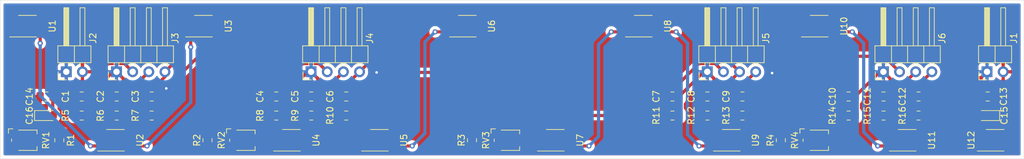
<source format=kicad_pcb>
(kicad_pcb (version 20171130) (host pcbnew "(5.1.2)-2")
  (title_block (title "Sensor Array [C#,C]") (rev 1))
  (layers (0 F.Cu signal) (31 B.Cu signal) (34 B.Paste user) (35 F.Paste user) (36 B.SilkS user) (37 F.SilkS user) (38 B.Mask user) (39 F.Mask user) (44 Edge.Cuts user))
  (net 0 "")
  (net 1 GND)
  (net 2 +5V)
  (net 3 "Net-(R1-Pad1)")
  (net 4 "Net-(R2-Pad1)")
  (net 5 "Net-(R3-Pad1)")
  (net 6 "Net-(R4-Pad1)")
  (net 7 /SENSOR_C#)
  (net 8 /SENSOR_D)
  (net 9 /SENSOR_Eb)
  (net 10 /SENSOR_E)
  (net 11 /SENSOR_F)
  (net 12 /SENSOR_F#)
  (net 13 /SENSOR_G)
  (net 14 /SENSOR_G#)
  (net 15 /SENSOR_A)
  (net 16 /SENSOR_Bb)
  (net 17 /SENSOR_B)
  (net 18 /SENSOR_C)
  (net 19 "Net-(RV1-Pad1)")
  (net 20 "Net-(RV2-Pad1)")
  (net 21 "Net-(RV3-Pad1)")
  (net 22 "Net-(RV4-Pad1)")
  (net 23 "Net-(U1-Pad2)")
  (net 24 "Net-(U2-Pad2)")
  (net 25 "Net-(U4-Pad2)")
  (net 26 "Net-(U5-Pad2)")
  (net 27 "Net-(U7-Pad2)")
  (net 28 "Net-(U8-Pad2)")
  (net 29 "Net-(U10-Pad2)")
  (net 30 "Net-(U11-Pad2)")
  (module Capacitor_Tantalum_SMD:CP_EIA-2012-15_AVX-P_Pad1.30x1.05mm_HandSolder (layer F.Cu) (at 185.3 48.2 180)
    (fp_text reference C15 (at -2.6 0 90) (layer F.SilkS))
    (fp_text value 10uF)
    (pad 2 smd roundrect (at 0.975 0 180) (size 1.3 1.05) (layers F.Cu F.Paste F.Mask) (roundrect_rratio 0.238095) (net 1 GND))
    (pad 1 smd roundrect (at -0.975 0 180) (size 1.3 1.05) (layers F.Cu F.Paste F.Mask) (roundrect_rratio 0.238095) (net 2 +5V))
  )
  (module Resistor_SMD:R_0805_2012Metric_Pad1.15x1.40mm_HandSolder (layer F.Cu) (at 42.825 48.2 180)
    (fp_text reference R5 (at 2.55 0 90) (layer F.SilkS))
    (fp_text value 10k)
    (pad 1 smd roundrect (at -1.025 0 180) (size 1.15 1.4) (layers F.Cu F.Paste F.Mask) (roundrect_rratio 0.217391) (net 1 GND))
    (pad 2 smd roundrect (at 1.025 0 180) (size 1.15 1.4) (layers F.Cu F.Paste F.Mask) (roundrect_rratio 0.217391) (net 7 /SENSOR_C#))
  )
  (module Capacitor_SMD:C_0805_2012Metric_Pad1.15x1.40mm_HandSolder (layer F.Cu) (at 42.825 45.2)
    (fp_text reference C1 (at -2.55 0 90) (layer F.SilkS))
    (fp_text value 100nF)
    (pad 2 smd roundrect (at 1.025 0) (size 1.15 1.4) (layers F.Cu F.Paste F.Mask) (roundrect_rratio 0.217391) (net 1 GND))
    (pad 1 smd roundrect (at -1.025 0) (size 1.15 1.4) (layers F.Cu F.Paste F.Mask) (roundrect_rratio 0.217391) (net 7 /SENSOR_C#))
  )
  (module Capacitor_SMD:C_0805_2012Metric_Pad1.15x1.40mm_HandSolder (layer F.Cu) (at 48.325 45.2)
    (fp_text reference C2 (at -2.55 0 90) (layer F.SilkS))
    (fp_text value 100nF)
    (pad 1 smd roundrect (at -1.025 0) (size 1.15 1.4) (layers F.Cu F.Paste F.Mask) (roundrect_rratio 0.217391) (net 8 /SENSOR_D))
    (pad 2 smd roundrect (at 1.025 0) (size 1.15 1.4) (layers F.Cu F.Paste F.Mask) (roundrect_rratio 0.217391) (net 1 GND))
  )
  (module Capacitor_SMD:C_0805_2012Metric_Pad1.15x1.40mm_HandSolder (layer F.Cu) (at 53.825 45.2)
    (fp_text reference C3 (at -2.55 0 90) (layer F.SilkS))
    (fp_text value 100nF)
    (pad 2 smd roundrect (at 1.025 0) (size 1.15 1.4) (layers F.Cu F.Paste F.Mask) (roundrect_rratio 0.217391) (net 1 GND))
    (pad 1 smd roundrect (at -1.025 0) (size 1.15 1.4) (layers F.Cu F.Paste F.Mask) (roundrect_rratio 0.217391) (net 9 /SENSOR_Eb))
  )
  (module Capacitor_SMD:C_0805_2012Metric_Pad1.15x1.40mm_HandSolder (layer F.Cu) (at 73.425 45.2)
    (fp_text reference C4 (at -2.55 0 90) (layer F.SilkS))
    (fp_text value 100nF)
    (pad 1 smd roundrect (at -1.025 0) (size 1.15 1.4) (layers F.Cu F.Paste F.Mask) (roundrect_rratio 0.217391) (net 10 /SENSOR_E))
    (pad 2 smd roundrect (at 1.025 0) (size 1.15 1.4) (layers F.Cu F.Paste F.Mask) (roundrect_rratio 0.217391) (net 1 GND))
  )
  (module Capacitor_SMD:C_0805_2012Metric_Pad1.15x1.40mm_HandSolder (layer F.Cu) (at 78.925 45.2)
    (fp_text reference C5 (at -2.55 0 90) (layer F.SilkS))
    (fp_text value 100nF)
    (pad 2 smd roundrect (at 1.025 0) (size 1.15 1.4) (layers F.Cu F.Paste F.Mask) (roundrect_rratio 0.217391) (net 1 GND))
    (pad 1 smd roundrect (at -1.025 0) (size 1.15 1.4) (layers F.Cu F.Paste F.Mask) (roundrect_rratio 0.217391) (net 11 /SENSOR_F))
  )
  (module Capacitor_SMD:C_0805_2012Metric_Pad1.15x1.40mm_HandSolder (layer F.Cu) (at 84.425 45.2)
    (fp_text reference C6 (at -2.55 0 90) (layer F.SilkS))
    (fp_text value 100nF)
    (pad 1 smd roundrect (at -1.025 0) (size 1.15 1.4) (layers F.Cu F.Paste F.Mask) (roundrect_rratio 0.217391) (net 12 /SENSOR_F#))
    (pad 2 smd roundrect (at 1.025 0) (size 1.15 1.4) (layers F.Cu F.Paste F.Mask) (roundrect_rratio 0.217391) (net 1 GND))
  )
  (module Capacitor_SMD:C_0805_2012Metric_Pad1.15x1.40mm_HandSolder (layer F.Cu) (at 135.725 45.2)
    (fp_text reference C7 (at -2.55 0 90) (layer F.SilkS))
    (fp_text value 100nF)
    (pad 1 smd roundrect (at -1.025 0) (size 1.15 1.4) (layers F.Cu F.Paste F.Mask) (roundrect_rratio 0.217391) (net 13 /SENSOR_G))
    (pad 2 smd roundrect (at 1.025 0) (size 1.15 1.4) (layers F.Cu F.Paste F.Mask) (roundrect_rratio 0.217391) (net 1 GND))
  )
  (module Capacitor_SMD:C_0805_2012Metric_Pad1.15x1.40mm_HandSolder (layer F.Cu) (at 141.225 45.2)
    (fp_text reference C8 (at -2.55 0 90) (layer F.SilkS))
    (fp_text value 100nF)
    (pad 2 smd roundrect (at 1.025 0) (size 1.15 1.4) (layers F.Cu F.Paste F.Mask) (roundrect_rratio 0.217391) (net 1 GND))
    (pad 1 smd roundrect (at -1.025 0) (size 1.15 1.4) (layers F.Cu F.Paste F.Mask) (roundrect_rratio 0.217391) (net 14 /SENSOR_G#))
  )
  (module Capacitor_SMD:C_0805_2012Metric_Pad1.15x1.40mm_HandSolder (layer F.Cu) (at 146.725 45.2)
    (fp_text reference C9 (at -2.55 0 90) (layer F.SilkS))
    (fp_text value 100nF)
    (pad 1 smd roundrect (at -1.025 0) (size 1.15 1.4) (layers F.Cu F.Paste F.Mask) (roundrect_rratio 0.217391) (net 15 /SENSOR_A))
    (pad 2 smd roundrect (at 1.025 0) (size 1.15 1.4) (layers F.Cu F.Paste F.Mask) (roundrect_rratio 0.217391) (net 1 GND))
  )
  (module Capacitor_SMD:C_0805_2012Metric_Pad1.15x1.40mm_HandSolder (layer F.Cu) (at 163.425 45.2)
    (fp_text reference C10 (at -2.55 0 90) (layer F.SilkS))
    (fp_text value 100nF)
    (pad 2 smd roundrect (at 1.025 0) (size 1.15 1.4) (layers F.Cu F.Paste F.Mask) (roundrect_rratio 0.217391) (net 1 GND))
    (pad 1 smd roundrect (at -1.025 0) (size 1.15 1.4) (layers F.Cu F.Paste F.Mask) (roundrect_rratio 0.217391) (net 16 /SENSOR_Bb))
  )
  (module Capacitor_SMD:C_0805_2012Metric_Pad1.15x1.40mm_HandSolder (layer F.Cu) (at 168.925 45.2)
    (fp_text reference C11 (at -2.55 0 90) (layer F.SilkS))
    (fp_text value 100nF)
    (pad 1 smd roundrect (at -1.025 0) (size 1.15 1.4) (layers F.Cu F.Paste F.Mask) (roundrect_rratio 0.217391) (net 17 /SENSOR_B))
    (pad 2 smd roundrect (at 1.025 0) (size 1.15 1.4) (layers F.Cu F.Paste F.Mask) (roundrect_rratio 0.217391) (net 1 GND))
  )
  (module Capacitor_SMD:C_0805_2012Metric_Pad1.15x1.40mm_HandSolder (layer F.Cu) (at 174.425 45.2)
    (fp_text reference C12 (at -2.55 0 90) (layer F.SilkS))
    (fp_text value 100nF)
    (pad 2 smd roundrect (at 1.025 0) (size 1.15 1.4) (layers F.Cu F.Paste F.Mask) (roundrect_rratio 0.217391) (net 1 GND))
    (pad 1 smd roundrect (at -1.025 0) (size 1.15 1.4) (layers F.Cu F.Paste F.Mask) (roundrect_rratio 0.217391) (net 18 /SENSOR_C))
  )
  (module Capacitor_SMD:C_0805_2012Metric_Pad1.15x1.40mm_HandSolder (layer F.Cu) (at 185.3 45.2)
    (fp_text reference C13 (at 2.5 0 270) (layer F.SilkS))
    (fp_text value 100nF)
    (pad 1 smd roundrect (at -1.025 0) (size 1.15 1.4) (layers F.Cu F.Paste F.Mask) (roundrect_rratio 0.217391) (net 1 GND))
    (pad 2 smd roundrect (at 1.025 0) (size 1.15 1.4) (layers F.Cu F.Paste F.Mask) (roundrect_rratio 0.217391) (net 2 +5V))
  )
  (module Connector_PinHeader_2.54mm:PinHeader_1x02_P2.54mm_Horizontal (layer F.Cu) (at 185.197 41.3 90)
    (fp_text reference J1 (at 5.3 4.203 90) (layer F.SilkS))
    (fp_text value Conn_01x02)
    (pad 2 thru_hole oval (at 0 2.54 90) (size 1.7 1.7) (drill 1) (layers *.Cu *.Mask) (net 2 +5V))
    (pad 1 thru_hole rect (at 0 0 90) (size 1.7 1.7) (drill 1) (layers *.Cu *.Mask) (net 1 GND))
  )
  (module Resistor_SMD:R_0805_2012Metric_Pad1.15x1.40mm_HandSolder (layer F.Cu) (at 39.3 52.1 90)
    (fp_text reference R1 (at 0 1.8 90) (layer F.SilkS))
    (fp_text value 47)
    (pad 2 smd roundrect (at 1.025 0 90) (size 1.15 1.4) (layers F.Cu F.Paste F.Mask) (roundrect_rratio 0.217391) (net 2 +5V))
    (pad 1 smd roundrect (at -1.025 0 90) (size 1.15 1.4) (layers F.Cu F.Paste F.Mask) (roundrect_rratio 0.217391) (net 3 "Net-(R1-Pad1)"))
  )
  (module Resistor_SMD:R_0805_2012Metric_Pad1.15x1.40mm_HandSolder (layer F.Cu) (at 62.6 52.1 90)
    (fp_text reference R2 (at 0 -1.65 90) (layer F.SilkS))
    (fp_text value 47)
    (pad 1 smd roundrect (at -1.025 0 90) (size 1.15 1.4) (layers F.Cu F.Paste F.Mask) (roundrect_rratio 0.217391) (net 4 "Net-(R2-Pad1)"))
    (pad 2 smd roundrect (at 1.025 0 90) (size 1.15 1.4) (layers F.Cu F.Paste F.Mask) (roundrect_rratio 0.217391) (net 2 +5V))
  )
  (module Resistor_SMD:R_0805_2012Metric_Pad1.15x1.40mm_HandSolder (layer F.Cu) (at 104.2 52.1 90)
    (fp_text reference R3 (at 0 -1.65 90) (layer F.SilkS))
    (fp_text value 47)
    (pad 1 smd roundrect (at -1.025 0 90) (size 1.15 1.4) (layers F.Cu F.Paste F.Mask) (roundrect_rratio 0.217391) (net 5 "Net-(R3-Pad1)"))
    (pad 2 smd roundrect (at 1.025 0 90) (size 1.15 1.4) (layers F.Cu F.Paste F.Mask) (roundrect_rratio 0.217391) (net 2 +5V))
  )
  (module Resistor_SMD:R_0805_2012Metric_Pad1.15x1.40mm_HandSolder (layer F.Cu) (at 152.77 52.1 90)
    (fp_text reference R4 (at 0 -1.65 90) (layer F.SilkS))
    (fp_text value 47)
    (pad 2 smd roundrect (at 1.025 0 90) (size 1.15 1.4) (layers F.Cu F.Paste F.Mask) (roundrect_rratio 0.217391) (net 2 +5V))
    (pad 1 smd roundrect (at -1.025 0 90) (size 1.15 1.4) (layers F.Cu F.Paste F.Mask) (roundrect_rratio 0.217391) (net 6 "Net-(R4-Pad1)"))
  )
  (module Resistor_SMD:R_0805_2012Metric_Pad1.15x1.40mm_HandSolder (layer F.Cu) (at 48.325 48.2 180)
    (fp_text reference R6 (at 2.55 0 90) (layer F.SilkS))
    (fp_text value 10k)
    (pad 1 smd roundrect (at -1.025 0 180) (size 1.15 1.4) (layers F.Cu F.Paste F.Mask) (roundrect_rratio 0.217391) (net 1 GND))
    (pad 2 smd roundrect (at 1.025 0 180) (size 1.15 1.4) (layers F.Cu F.Paste F.Mask) (roundrect_rratio 0.217391) (net 8 /SENSOR_D))
  )
  (module Resistor_SMD:R_0805_2012Metric_Pad1.15x1.40mm_HandSolder (layer F.Cu) (at 53.825 48.2 180)
    (fp_text reference R7 (at 2.55 0 90) (layer F.SilkS))
    (fp_text value 10k)
    (pad 2 smd roundrect (at 1.025 0 180) (size 1.15 1.4) (layers F.Cu F.Paste F.Mask) (roundrect_rratio 0.217391) (net 9 /SENSOR_Eb))
    (pad 1 smd roundrect (at -1.025 0 180) (size 1.15 1.4) (layers F.Cu F.Paste F.Mask) (roundrect_rratio 0.217391) (net 1 GND))
  )
  (module Resistor_SMD:R_0805_2012Metric_Pad1.15x1.40mm_HandSolder (layer F.Cu) (at 73.425 48.2 180)
    (fp_text reference R8 (at 2.55 0 90) (layer F.SilkS))
    (fp_text value 10k)
    (pad 2 smd roundrect (at 1.025 0 180) (size 1.15 1.4) (layers F.Cu F.Paste F.Mask) (roundrect_rratio 0.217391) (net 10 /SENSOR_E))
    (pad 1 smd roundrect (at -1.025 0 180) (size 1.15 1.4) (layers F.Cu F.Paste F.Mask) (roundrect_rratio 0.217391) (net 1 GND))
  )
  (module Resistor_SMD:R_0805_2012Metric_Pad1.15x1.40mm_HandSolder (layer F.Cu) (at 78.925 48.2 180)
    (fp_text reference R9 (at 2.55 0 90) (layer F.SilkS))
    (fp_text value 10k)
    (pad 2 smd roundrect (at 1.025 0 180) (size 1.15 1.4) (layers F.Cu F.Paste F.Mask) (roundrect_rratio 0.217391) (net 11 /SENSOR_F))
    (pad 1 smd roundrect (at -1.025 0 180) (size 1.15 1.4) (layers F.Cu F.Paste F.Mask) (roundrect_rratio 0.217391) (net 1 GND))
  )
  (module Resistor_SMD:R_0805_2012Metric_Pad1.15x1.40mm_HandSolder (layer F.Cu) (at 84.425 48.2 180)
    (fp_text reference R10 (at 2.55 0 90) (layer F.SilkS))
    (fp_text value 10k)
    (pad 1 smd roundrect (at -1.025 0 180) (size 1.15 1.4) (layers F.Cu F.Paste F.Mask) (roundrect_rratio 0.217391) (net 1 GND))
    (pad 2 smd roundrect (at 1.025 0 180) (size 1.15 1.4) (layers F.Cu F.Paste F.Mask) (roundrect_rratio 0.217391) (net 12 /SENSOR_F#))
  )
  (module Resistor_SMD:R_0805_2012Metric_Pad1.15x1.40mm_HandSolder (layer F.Cu) (at 135.725 48.2 180)
    (fp_text reference R11 (at 2.55 0 90) (layer F.SilkS))
    (fp_text value 10k)
    (pad 1 smd roundrect (at -1.025 0 180) (size 1.15 1.4) (layers F.Cu F.Paste F.Mask) (roundrect_rratio 0.217391) (net 1 GND))
    (pad 2 smd roundrect (at 1.025 0 180) (size 1.15 1.4) (layers F.Cu F.Paste F.Mask) (roundrect_rratio 0.217391) (net 13 /SENSOR_G))
  )
  (module Resistor_SMD:R_0805_2012Metric_Pad1.15x1.40mm_HandSolder (layer F.Cu) (at 141.225 48.2 180)
    (fp_text reference R12 (at 2.55 0 90) (layer F.SilkS))
    (fp_text value 10k)
    (pad 1 smd roundrect (at -1.025 0 180) (size 1.15 1.4) (layers F.Cu F.Paste F.Mask) (roundrect_rratio 0.217391) (net 1 GND))
    (pad 2 smd roundrect (at 1.025 0 180) (size 1.15 1.4) (layers F.Cu F.Paste F.Mask) (roundrect_rratio 0.217391) (net 14 /SENSOR_G#))
  )
  (module Resistor_SMD:R_0805_2012Metric_Pad1.15x1.40mm_HandSolder (layer F.Cu) (at 146.725 48.2 180)
    (fp_text reference R13 (at 2.55 0 90) (layer F.SilkS))
    (fp_text value 10k)
    (pad 2 smd roundrect (at 1.025 0 180) (size 1.15 1.4) (layers F.Cu F.Paste F.Mask) (roundrect_rratio 0.217391) (net 15 /SENSOR_A))
    (pad 1 smd roundrect (at -1.025 0 180) (size 1.15 1.4) (layers F.Cu F.Paste F.Mask) (roundrect_rratio 0.217391) (net 1 GND))
  )
  (module Resistor_SMD:R_0805_2012Metric_Pad1.15x1.40mm_HandSolder (layer F.Cu) (at 163.425 48.2 180)
    (fp_text reference R14 (at 2.55 0 90) (layer F.SilkS))
    (fp_text value 10k)
    (pad 2 smd roundrect (at 1.025 0 180) (size 1.15 1.4) (layers F.Cu F.Paste F.Mask) (roundrect_rratio 0.217391) (net 16 /SENSOR_Bb))
    (pad 1 smd roundrect (at -1.025 0 180) (size 1.15 1.4) (layers F.Cu F.Paste F.Mask) (roundrect_rratio 0.217391) (net 1 GND))
  )
  (module Resistor_SMD:R_0805_2012Metric_Pad1.15x1.40mm_HandSolder (layer F.Cu) (at 168.925 48.2 180)
    (fp_text reference R15 (at 2.55 0 90) (layer F.SilkS))
    (fp_text value 10k)
    (pad 1 smd roundrect (at -1.025 0 180) (size 1.15 1.4) (layers F.Cu F.Paste F.Mask) (roundrect_rratio 0.217391) (net 1 GND))
    (pad 2 smd roundrect (at 1.025 0 180) (size 1.15 1.4) (layers F.Cu F.Paste F.Mask) (roundrect_rratio 0.217391) (net 17 /SENSOR_B))
  )
  (module Resistor_SMD:R_0805_2012Metric_Pad1.15x1.40mm_HandSolder (layer F.Cu) (at 174.425 48.2 180)
    (fp_text reference R16 (at 2.55 0 90) (layer F.SilkS))
    (fp_text value 10k)
    (pad 2 smd roundrect (at 1.025 0 180) (size 1.15 1.4) (layers F.Cu F.Paste F.Mask) (roundrect_rratio 0.217391) (net 18 /SENSOR_C))
    (pad 1 smd roundrect (at -1.025 0 180) (size 1.15 1.4) (layers F.Cu F.Paste F.Mask) (roundrect_rratio 0.217391) (net 1 GND))
  )
  (module OptoDevice:OnSemi_CASE100CY (layer F.Cu) (at 34.3 34.1 90)
    (fp_text reference U1 (at 0 3.9 90) (layer F.SilkS))
    (fp_text value QRE1113)
    (pad 4 smd roundrect (at 0.9 -2 90) (size 0.79 1.66) (layers F.Cu F.Paste F.Mask) (net 7 /SENSOR_C#))
    (pad 1 smd roundrect (at -0.9 -2 90) (size 0.79 1.66) (layers F.Cu F.Paste F.Mask) (net 19 "Net-(RV1-Pad1)"))
    (pad 2 smd roundrect (at -0.9 2 90) (size 0.79 1.66) (layers F.Cu F.Paste F.Mask) (net 23 "Net-(U1-Pad2)"))
    (pad 3 smd roundrect (at 0.9 2 90) (size 0.79 1.66) (layers F.Cu F.Paste F.Mask) (net 2 +5V))
  )
  (module OptoDevice:OnSemi_CASE100CY (layer F.Cu) (at 48.1333 52.1 90)
    (fp_text reference U2 (at 0 3.8667 90) (layer F.SilkS))
    (fp_text value QRE1113)
    (pad 3 smd roundrect (at 0.9 2 90) (size 0.79 1.66) (layers F.Cu F.Paste F.Mask) (net 2 +5V))
    (pad 2 smd roundrect (at -0.9 2 90) (size 0.79 1.66) (layers F.Cu F.Paste F.Mask) (net 24 "Net-(U2-Pad2)"))
    (pad 1 smd roundrect (at -0.9 -2 90) (size 0.79 1.66) (layers F.Cu F.Paste F.Mask) (net 23 "Net-(U1-Pad2)"))
    (pad 4 smd roundrect (at 0.9 -2 90) (size 0.79 1.66) (layers F.Cu F.Paste F.Mask) (net 8 /SENSOR_D))
  )
  (module OptoDevice:OnSemi_CASE100CY (layer F.Cu) (at 61.9667 34.1 90)
    (fp_text reference U3 (at 0 3.9333 90) (layer F.SilkS))
    (fp_text value QRE1113)
    (pad 4 smd roundrect (at 0.9 -2 90) (size 0.79 1.66) (layers F.Cu F.Paste F.Mask) (net 9 /SENSOR_Eb))
    (pad 1 smd roundrect (at -0.9 -2 90) (size 0.79 1.66) (layers F.Cu F.Paste F.Mask) (net 24 "Net-(U2-Pad2)"))
    (pad 2 smd roundrect (at -0.9 2 90) (size 0.79 1.66) (layers F.Cu F.Paste F.Mask) (net 1 GND))
    (pad 3 smd roundrect (at 0.9 2 90) (size 0.79 1.66) (layers F.Cu F.Paste F.Mask) (net 2 +5V))
  )
  (module OptoDevice:OnSemi_CASE100CY (layer F.Cu) (at 75.8 52.1 90)
    (fp_text reference U4 (at 0 3.9 90) (layer F.SilkS))
    (fp_text value QRE1113)
    (pad 3 smd roundrect (at 0.9 2 90) (size 0.79 1.66) (layers F.Cu F.Paste F.Mask) (net 2 +5V))
    (pad 2 smd roundrect (at -0.9 2 90) (size 0.79 1.66) (layers F.Cu F.Paste F.Mask) (net 25 "Net-(U4-Pad2)"))
    (pad 1 smd roundrect (at -0.9 -2 90) (size 0.79 1.66) (layers F.Cu F.Paste F.Mask) (net 20 "Net-(RV2-Pad1)"))
    (pad 4 smd roundrect (at 0.9 -2 90) (size 0.79 1.66) (layers F.Cu F.Paste F.Mask) (net 10 /SENSOR_E))
  )
  (module OptoDevice:OnSemi_CASE100CY (layer F.Cu) (at 89.6333 52.1 90)
    (fp_text reference U5 (at 0 3.8667 90) (layer F.SilkS))
    (fp_text value QRE1113)
    (pad 4 smd roundrect (at 0.9 -2 90) (size 0.79 1.66) (layers F.Cu F.Paste F.Mask) (net 11 /SENSOR_F))
    (pad 1 smd roundrect (at -0.9 -2 90) (size 0.79 1.66) (layers F.Cu F.Paste F.Mask) (net 25 "Net-(U4-Pad2)"))
    (pad 2 smd roundrect (at -0.9 2 90) (size 0.79 1.66) (layers F.Cu F.Paste F.Mask) (net 26 "Net-(U5-Pad2)"))
    (pad 3 smd roundrect (at 0.9 2 90) (size 0.79 1.66) (layers F.Cu F.Paste F.Mask) (net 2 +5V))
  )
  (module OptoDevice:OnSemi_CASE100CY (layer F.Cu) (at 103.467 34.1 90)
    (fp_text reference U6 (at 0 3.833 90) (layer F.SilkS))
    (fp_text value QRE1113)
    (pad 3 smd roundrect (at 0.9 2 90) (size 0.79 1.66) (layers F.Cu F.Paste F.Mask) (net 2 +5V))
    (pad 2 smd roundrect (at -0.9 2 90) (size 0.79 1.66) (layers F.Cu F.Paste F.Mask) (net 1 GND))
    (pad 1 smd roundrect (at -0.9 -2 90) (size 0.79 1.66) (layers F.Cu F.Paste F.Mask) (net 26 "Net-(U5-Pad2)"))
    (pad 4 smd roundrect (at 0.9 -2 90) (size 0.79 1.66) (layers F.Cu F.Paste F.Mask) (net 12 /SENSOR_F#))
  )
  (module OptoDevice:OnSemi_CASE100CY (layer F.Cu) (at 117.3 52.1 90)
    (fp_text reference U7 (at 0 3.9 90) (layer F.SilkS))
    (fp_text value QRE1113)
    (pad 3 smd roundrect (at 0.9 2 90) (size 0.79 1.66) (layers F.Cu F.Paste F.Mask) (net 2 +5V))
    (pad 2 smd roundrect (at -0.9 2 90) (size 0.79 1.66) (layers F.Cu F.Paste F.Mask) (net 27 "Net-(U7-Pad2)"))
    (pad 1 smd roundrect (at -0.9 -2 90) (size 0.79 1.66) (layers F.Cu F.Paste F.Mask) (net 21 "Net-(RV3-Pad1)"))
    (pad 4 smd roundrect (at 0.9 -2 90) (size 0.79 1.66) (layers F.Cu F.Paste F.Mask) (net 13 /SENSOR_G))
  )
  (module OptoDevice:OnSemi_CASE100CY (layer F.Cu) (at 131.133 34.1 90)
    (fp_text reference U8 (at 0 3.867 90) (layer F.SilkS))
    (fp_text value QRE1113)
    (pad 4 smd roundrect (at 0.9 -2 90) (size 0.79 1.66) (layers F.Cu F.Paste F.Mask) (net 14 /SENSOR_G#))
    (pad 1 smd roundrect (at -0.9 -2 90) (size 0.79 1.66) (layers F.Cu F.Paste F.Mask) (net 27 "Net-(U7-Pad2)"))
    (pad 2 smd roundrect (at -0.9 2 90) (size 0.79 1.66) (layers F.Cu F.Paste F.Mask) (net 28 "Net-(U8-Pad2)"))
    (pad 3 smd roundrect (at 0.9 2 90) (size 0.79 1.66) (layers F.Cu F.Paste F.Mask) (net 2 +5V))
  )
  (module OptoDevice:OnSemi_CASE100CY (layer F.Cu) (at 144.967 52.1 90)
    (fp_text reference U9 (at 0 3.833 90) (layer F.SilkS))
    (fp_text value QRE1113)
    (pad 4 smd roundrect (at 0.9 -2 90) (size 0.79 1.66) (layers F.Cu F.Paste F.Mask) (net 15 /SENSOR_A))
    (pad 1 smd roundrect (at -0.9 -2 90) (size 0.79 1.66) (layers F.Cu F.Paste F.Mask) (net 28 "Net-(U8-Pad2)"))
    (pad 2 smd roundrect (at -0.9 2 90) (size 0.79 1.66) (layers F.Cu F.Paste F.Mask) (net 1 GND))
    (pad 3 smd roundrect (at 0.9 2 90) (size 0.79 1.66) (layers F.Cu F.Paste F.Mask) (net 2 +5V))
  )
  (module OptoDevice:OnSemi_CASE100CY (layer F.Cu) (at 158.8 34.1 90)
    (fp_text reference U10 (at 0 3.9 90) (layer F.SilkS))
    (fp_text value QRE1113)
    (pad 4 smd roundrect (at 0.9 -2 90) (size 0.79 1.66) (layers F.Cu F.Paste F.Mask) (net 16 /SENSOR_Bb))
    (pad 1 smd roundrect (at -0.9 -2 90) (size 0.79 1.66) (layers F.Cu F.Paste F.Mask) (net 22 "Net-(RV4-Pad1)"))
    (pad 2 smd roundrect (at -0.9 2 90) (size 0.79 1.66) (layers F.Cu F.Paste F.Mask) (net 29 "Net-(U10-Pad2)"))
    (pad 3 smd roundrect (at 0.9 2 90) (size 0.79 1.66) (layers F.Cu F.Paste F.Mask) (net 2 +5V))
  )
  (module OptoDevice:OnSemi_CASE100CY (layer F.Cu) (at 172.633 52.1 90)
    (fp_text reference U11 (at 0 3.867 90) (layer F.SilkS))
    (fp_text value QRE1113)
    (pad 3 smd roundrect (at 0.9 2 90) (size 0.79 1.66) (layers F.Cu F.Paste F.Mask) (net 2 +5V))
    (pad 2 smd roundrect (at -0.9 2 90) (size 0.79 1.66) (layers F.Cu F.Paste F.Mask) (net 30 "Net-(U11-Pad2)"))
    (pad 1 smd roundrect (at -0.9 -2 90) (size 0.79 1.66) (layers F.Cu F.Paste F.Mask) (net 29 "Net-(U10-Pad2)"))
    (pad 4 smd roundrect (at 0.9 -2 90) (size 0.79 1.66) (layers F.Cu F.Paste F.Mask) (net 17 /SENSOR_B))
  )
  (module OptoDevice:OnSemi_CASE100CY (layer F.Cu) (at 186.467 52.1 90)
    (fp_text reference U12 (at 0 -3.767 90) (layer F.SilkS))
    (fp_text value QRE1113)
    (pad 4 smd roundrect (at 0.9 -2 90) (size 0.79 1.66) (layers F.Cu F.Paste F.Mask) (net 18 /SENSOR_C))
    (pad 1 smd roundrect (at -0.9 -2 90) (size 0.79 1.66) (layers F.Cu F.Paste F.Mask) (net 30 "Net-(U11-Pad2)"))
    (pad 2 smd roundrect (at -0.9 2 90) (size 0.79 1.66) (layers F.Cu F.Paste F.Mask) (net 1 GND))
    (pad 3 smd roundrect (at 0.9 2 90) (size 0.79 1.66) (layers F.Cu F.Paste F.Mask) (net 2 +5V))
  )
  (module Capacitor_SMD:C_0805_2012Metric_Pad1.15x1.40mm_HandSolder (layer F.Cu) (at 37.3 45.2 180)
    (fp_text reference C14 (at 2.7 0 90) (layer F.SilkS))
    (fp_text value 100nF)
    (pad 2 smd roundrect (at 1.025 0 180) (size 1.15 1.4) (layers F.Cu F.Paste F.Mask) (roundrect_rratio 0.217391) (net 2 +5V))
    (pad 1 smd roundrect (at -1.025 0 180) (size 1.15 1.4) (layers F.Cu F.Paste F.Mask) (roundrect_rratio 0.217391) (net 1 GND))
  )
  (module Connector_PinHeader_2.54mm:PinHeader_1x02_P2.54mm_Horizontal (layer F.Cu) (at 40.4 41.3 90)
    (fp_text reference J2 (at 5.3 4.2 90) (layer F.SilkS))
    (fp_text value Conn_01x02)
    (pad 1 thru_hole rect (at 0 0 90) (size 1.7 1.7) (drill 1) (layers *.Cu *.Mask) (net 1 GND))
    (pad 2 thru_hole oval (at 0 2.54 90) (size 1.7 1.7) (drill 1) (layers *.Cu *.Mask) (net 2 +5V))
  )
  (module Capacitor_Tantalum_SMD:CP_EIA-2012-15_AVX-P_Pad1.30x1.05mm_HandSolder (layer F.Cu) (at 37.3 48.2)
    (fp_text reference C16 (at -2.7 0 90) (layer F.SilkS))
    (fp_text value 10uF)
    (pad 2 smd roundrect (at 0.975 0) (size 1.3 1.05) (layers F.Cu F.Paste F.Mask) (roundrect_rratio 0.238095) (net 1 GND))
    (pad 1 smd roundrect (at -0.975 0) (size 1.3 1.05) (layers F.Cu F.Paste F.Mask) (roundrect_rratio 0.238095) (net 2 +5V))
  )
  (module Potentiometer_SMD:Potentiometer_Bourns_TC33X_Vertical (layer F.Cu) (at 33.9 52.1)
    (fp_text reference RV1 (at 3.3 0 90) (layer F.SilkS))
    (fp_text value 100)
    (pad 2 smd rect (at 1.45 0) (size 1.5 1.6) (layers F.Cu F.Paste F.Mask) (net 3 "Net-(R1-Pad1)"))
    (pad 3 smd rect (at -1.8 1) (size 1.2 1.2) (layers F.Cu F.Paste F.Mask) (net 3 "Net-(R1-Pad1)"))
    (pad 1 smd rect (at -1.8 -1) (size 1.2 1.2) (layers F.Cu F.Paste F.Mask) (net 19 "Net-(RV1-Pad1)"))
  )
  (module Potentiometer_SMD:Potentiometer_Bourns_TC33X_Vertical (layer F.Cu) (at 68.2 52.1)
    (fp_text reference RV2 (at -3.4 0 90) (layer F.SilkS))
    (fp_text value 100)
    (pad 1 smd rect (at -1.8 -1) (size 1.2 1.2) (layers F.Cu F.Paste F.Mask) (net 20 "Net-(RV2-Pad1)"))
    (pad 3 smd rect (at -1.8 1) (size 1.2 1.2) (layers F.Cu F.Paste F.Mask) (net 4 "Net-(R2-Pad1)"))
    (pad 2 smd rect (at 1.45 0) (size 1.5 1.6) (layers F.Cu F.Paste F.Mask) (net 4 "Net-(R2-Pad1)"))
  )
  (module Potentiometer_SMD:Potentiometer_Bourns_TC33X_Vertical (layer F.Cu) (at 109.8 52.1)
    (fp_text reference RV3 (at -3.4 0 90) (layer F.SilkS))
    (fp_text value 100)
    (pad 2 smd rect (at 1.45 0) (size 1.5 1.6) (layers F.Cu F.Paste F.Mask) (net 5 "Net-(R3-Pad1)"))
    (pad 3 smd rect (at -1.8 1) (size 1.2 1.2) (layers F.Cu F.Paste F.Mask) (net 5 "Net-(R3-Pad1)"))
    (pad 1 smd rect (at -1.8 -1) (size 1.2 1.2) (layers F.Cu F.Paste F.Mask) (net 21 "Net-(RV3-Pad1)"))
  )
  (module Potentiometer_SMD:Potentiometer_Bourns_TC33X_Vertical (layer F.Cu) (at 158.37 52.1)
    (fp_text reference RV4 (at -3.4 0 90) (layer F.SilkS))
    (fp_text value 100)
    (pad 1 smd rect (at -1.8 -1) (size 1.2 1.2) (layers F.Cu F.Paste F.Mask) (net 22 "Net-(RV4-Pad1)"))
    (pad 3 smd rect (at -1.8 1) (size 1.2 1.2) (layers F.Cu F.Paste F.Mask) (net 6 "Net-(R4-Pad1)"))
    (pad 2 smd rect (at 1.45 0) (size 1.5 1.6) (layers F.Cu F.Paste F.Mask) (net 6 "Net-(R4-Pad1)"))
  )
  (module Connector_PinHeader_2.54mm:PinHeader_1x04_P2.54mm_Horizontal (layer F.Cu) (at 48.3 41.3 90)
    (fp_text reference J3 (at 5.285 9.23 90) (layer F.SilkS))
    (fp_text value Conn_01x04)
    (pad 4 thru_hole oval (at 0 7.62 90) (size 1.7 1.7) (drill 1) (layers *.Cu *.Mask) (net 9 /SENSOR_Eb))
    (pad 3 thru_hole oval (at 0 5.08 90) (size 1.7 1.7) (drill 1) (layers *.Cu *.Mask) (net 8 /SENSOR_D))
    (pad 2 thru_hole oval (at 0 2.54 90) (size 1.7 1.7) (drill 1) (layers *.Cu *.Mask) (net 7 /SENSOR_C#))
    (pad 1 thru_hole rect (at 0 0 90) (size 1.7 1.7) (drill 1) (layers *.Cu *.Mask) (net 1 GND))
  )
  (module Connector_PinHeader_2.54mm:PinHeader_1x04_P2.54mm_Horizontal (layer F.Cu) (at 78.9 41.3 90)
    (fp_text reference J4 (at 5.285 9.23 90) (layer F.SilkS))
    (fp_text value Conn_01x04)
    (pad 1 thru_hole rect (at 0 0 90) (size 1.7 1.7) (drill 1) (layers *.Cu *.Mask) (net 1 GND))
    (pad 2 thru_hole oval (at 0 2.54 90) (size 1.7 1.7) (drill 1) (layers *.Cu *.Mask) (net 10 /SENSOR_E))
    (pad 3 thru_hole oval (at 0 5.08 90) (size 1.7 1.7) (drill 1) (layers *.Cu *.Mask) (net 11 /SENSOR_F))
    (pad 4 thru_hole oval (at 0 7.62 90) (size 1.7 1.7) (drill 1) (layers *.Cu *.Mask) (net 12 /SENSOR_F#))
  )
  (module Connector_PinHeader_2.54mm:PinHeader_1x04_P2.54mm_Horizontal (layer F.Cu) (at 141.2 41.3 90)
    (fp_text reference J5 (at 5.285 9.23 90) (layer F.SilkS))
    (fp_text value Conn_01x04)
    (pad 4 thru_hole oval (at 0 7.62 90) (size 1.7 1.7) (drill 1) (layers *.Cu *.Mask) (net 15 /SENSOR_A))
    (pad 3 thru_hole oval (at 0 5.08 90) (size 1.7 1.7) (drill 1) (layers *.Cu *.Mask) (net 14 /SENSOR_G#))
    (pad 2 thru_hole oval (at 0 2.54 90) (size 1.7 1.7) (drill 1) (layers *.Cu *.Mask) (net 13 /SENSOR_G))
    (pad 1 thru_hole rect (at 0 0 90) (size 1.7 1.7) (drill 1) (layers *.Cu *.Mask) (net 1 GND))
  )
  (module Connector_PinHeader_2.54mm:PinHeader_1x04_P2.54mm_Horizontal (layer F.Cu) (at 168.9 41.3 90)
    (fp_text reference J6 (at 5.285 9.23 90) (layer F.SilkS))
    (fp_text value Conn_01x04)
    (pad 1 thru_hole rect (at 0 0 90) (size 1.7 1.7) (drill 1) (layers *.Cu *.Mask) (net 1 GND))
    (pad 2 thru_hole oval (at 0 2.54 90) (size 1.7 1.7) (drill 1) (layers *.Cu *.Mask) (net 16 /SENSOR_Bb))
    (pad 3 thru_hole oval (at 0 5.08 90) (size 1.7 1.7) (drill 1) (layers *.Cu *.Mask) (net 17 /SENSOR_B))
    (pad 4 thru_hole oval (at 0 7.62 90) (size 1.7 1.7) (drill 1) (layers *.Cu *.Mask) (net 18 /SENSOR_C))
  )
  (gr_line (start 30 55) (end 30 30) (layer Edge.Cuts) (width 0.05))
  (gr_line (start 191 55) (end 30 55) (layer Edge.Cuts) (width 0.05))
  (gr_line (start 191 30) (end 191 55) (layer Edge.Cuts) (width 0.05))
  (gr_line (start 30 30) (end 191 30) (layer Edge.Cuts) (width 0.05))
  (segment (start 38.275 45.25) (end 38.325 45.2) (width 0.5) (layer F.Cu) (net 1))
  (segment (start 38.275 48.2) (end 38.275 45.25) (width 0.5) (layer F.Cu) (net 1))
  (segment (start 49.35 42.35) (end 48.3 41.3) (width 0.5) (layer F.Cu) (net 1))
  (segment (start 49.35 45.2) (end 49.35 42.35) (width 0.5) (layer F.Cu) (net 1))
  (segment (start 43.85 48.2) (end 43.85 45.2) (width 0.5) (layer F.Cu) (net 1))
  (segment (start 49.35 48.2) (end 49.35 45.2) (width 0.5) (layer F.Cu) (net 1))
  (segment (start 54.85 45.2) (end 54.85 48.2) (width 0.5) (layer F.Cu) (net 1))
  (segment (start 74.45 45.2) (end 74.45 48.2) (width 0.5) (layer F.Cu) (net 1))
  (segment (start 79.95 45.2) (end 79.95 48.2) (width 0.5) (layer F.Cu) (net 1))
  (segment (start 85.45 45.2) (end 85.45 48.2) (width 0.5) (layer F.Cu) (net 1))
  (segment (start 136.75 48.2) (end 136.75 45.2) (width 0.5) (layer F.Cu) (net 1))
  (segment (start 142.25 48.2) (end 142.25 45.2) (width 0.5) (layer F.Cu) (net 1))
  (segment (start 147.75 48.2) (end 147.75 45.2) (width 0.5) (layer F.Cu) (net 1))
  (segment (start 164.45 48.2) (end 164.45 45.2) (width 0.5) (layer F.Cu) (net 1))
  (segment (start 169.95 48.2) (end 169.95 45.2) (width 0.5) (layer F.Cu) (net 1))
  (segment (start 47.75 41.3) (end 48.3 41.3) (width 0.5) (layer F.Cu) (net 1))
  (segment (start 43.85 45.2) (end 47.75 41.3) (width 0.5) (layer F.Cu) (net 1))
  (segment (start 78.35 41.3) (end 78.9 41.3) (width 0.5) (layer F.Cu) (net 1))
  (segment (start 74.45 45.2) (end 78.35 41.3) (width 0.5) (layer F.Cu) (net 1))
  (segment (start 79.95 42.35) (end 78.9 41.3) (width 0.5) (layer F.Cu) (net 1))
  (segment (start 79.95 45.2) (end 79.95 42.35) (width 0.5) (layer F.Cu) (net 1))
  (segment (start 140.65 41.3) (end 141.2 41.3) (width 0.5) (layer F.Cu) (net 1))
  (segment (start 136.75 45.2) (end 140.65 41.3) (width 0.5) (layer F.Cu) (net 1))
  (segment (start 142.25 42.35) (end 141.2 41.3) (width 0.5) (layer F.Cu) (net 1))
  (segment (start 142.25 45.2) (end 142.25 42.35) (width 0.5) (layer F.Cu) (net 1))
  (segment (start 145.68699 50.26301) (end 147.75 48.2) (width 0.5) (layer F.Cu) (net 1))
  (segment (start 145.68699 51.71999) (end 145.68699 50.26301) (width 0.5) (layer F.Cu) (net 1))
  (segment (start 146.967 53) (end 145.68699 51.71999) (width 0.5) (layer F.Cu) (net 1))
  (segment (start 168.35 41.3) (end 168.9 41.3) (width 0.5) (layer F.Cu) (net 1))
  (segment (start 164.45 45.2) (end 168.35 41.3) (width 0.5) (layer F.Cu) (net 1))
  (segment (start 169.95 42.35) (end 168.9 41.3) (width 0.5) (layer F.Cu) (net 1))
  (segment (start 169.95 45.2) (end 169.95 42.35) (width 0.5) (layer F.Cu) (net 1))
  (segment (start 63.9667 36.0833) (end 63.9667 35) (width 0.5) (layer F.Cu) (net 1))
  (segment (start 54.85 45.2) (end 56.125 43.925) (width 0.5) (layer F.Cu) (net 1))
  (segment (start 56.125 43.925) (end 63.9667 36.0833) (width 0.5) (layer F.Cu) (net 1))
  (via (at 56.125 43.925) (size 0.8) (drill 0.4) (layers F.Cu B.Cu) (net 1))
  (via (at 89.200014 41.4) (size 0.8) (drill 0.4) (layers F.Cu B.Cu) (net 1))
  (segment (start 85.45 45.2) (end 89.200014 41.449986) (width 0.5) (layer F.Cu) (net 1))
  (segment (start 89.200014 41.449986) (end 89.200014 41.4) (width 0.5) (layer F.Cu) (net 1))
  (segment (start 105.467 35) (end 99.067 41.4) (width 0.5) (layer F.Cu) (net 1))
  (segment (start 99.067 41.4) (end 89.200014 41.4) (width 0.5) (layer F.Cu) (net 1))
  (via (at 151.4 41.5) (size 0.8) (drill 0.4) (layers F.Cu B.Cu) (net 1))
  (segment (start 147.75 45.2) (end 151.4 41.55) (width 0.5) (layer F.Cu) (net 1))
  (segment (start 151.4 41.55) (end 151.4 41.5) (width 0.5) (layer F.Cu) (net 1))
  (segment (start 184.325 48.858) (end 188.467 53) (width 0.5) (layer F.Cu) (net 1))
  (segment (start 184.325 48.2) (end 184.325 48.858) (width 0.5) (layer F.Cu) (net 1))
  (segment (start 175.45 48.2) (end 175.45 45.2) (width 0.5) (layer F.Cu) (net 1))
  (segment (start 184.325 45.25) (end 184.275 45.2) (width 0.5) (layer F.Cu) (net 1))
  (segment (start 184.325 48.2) (end 184.325 45.25) (width 0.5) (layer F.Cu) (net 1))
  (segment (start 184.275 42.222) (end 185.197 41.3) (width 0.5) (layer F.Cu) (net 1))
  (segment (start 184.275 45.2) (end 184.275 42.222) (width 0.5) (layer F.Cu) (net 1))
  (segment (start 178.428 42.222) (end 175.45 45.2) (width 0.5) (layer F.Cu) (net 1))
  (segment (start 184.275 42.222) (end 178.428 42.222) (width 0.5) (layer F.Cu) (net 1))
  (segment (start 40.4 43.125) (end 38.325 45.2) (width 0.5) (layer F.Cu) (net 1))
  (segment (start 40.4 41.3) (end 40.4 43.125) (width 0.5) (layer F.Cu) (net 1))
  (segment (start 34.35 53.1) (end 35.35 52.1) (width 0.5) (layer F.Cu) (net 3))
  (segment (start 32.1 53.1) (end 34.35 53.1) (width 0.5) (layer F.Cu) (net 3))
  (segment (start 36.375 53.125) (end 35.35 52.1) (width 0.5) (layer F.Cu) (net 3))
  (segment (start 39.3 53.125) (end 36.375 53.125) (width 0.5) (layer F.Cu) (net 3))
  (segment (start 66.375 53.125) (end 66.4 53.1) (width 0.5) (layer F.Cu) (net 4))
  (segment (start 62.6 53.125) (end 66.375 53.125) (width 0.5) (layer F.Cu) (net 4))
  (segment (start 68.65 53.1) (end 69.65 52.1) (width 0.5) (layer F.Cu) (net 4))
  (segment (start 66.4 53.1) (end 68.65 53.1) (width 0.5) (layer F.Cu) (net 4))
  (segment (start 107.975 53.125) (end 108 53.1) (width 0.5) (layer F.Cu) (net 5))
  (segment (start 104.2 53.125) (end 107.975 53.125) (width 0.5) (layer F.Cu) (net 5))
  (segment (start 110.25 53.1) (end 111.25 52.1) (width 0.5) (layer F.Cu) (net 5))
  (segment (start 108 53.1) (end 110.25 53.1) (width 0.5) (layer F.Cu) (net 5))
  (segment (start 156.545 53.125) (end 156.57 53.1) (width 0.5) (layer F.Cu) (net 6))
  (segment (start 152.77 53.125) (end 156.545 53.125) (width 0.5) (layer F.Cu) (net 6))
  (segment (start 158.82 53.1) (end 159.82 52.1) (width 0.5) (layer F.Cu) (net 6))
  (segment (start 156.57 53.1) (end 158.82 53.1) (width 0.5) (layer F.Cu) (net 6))
  (segment (start 41.8 45.2) (end 41.8 48.2) (width 0.5) (layer F.Cu) (net 7))
  (segment (start 49.990001 40.450001) (end 50.84 41.3) (width 0.5) (layer F.Cu) (net 7))
  (segment (start 49.539999 39.999999) (end 49.990001 40.450001) (width 0.5) (layer F.Cu) (net 7))
  (segment (start 47.000001 39.999999) (end 49.539999 39.999999) (width 0.5) (layer F.Cu) (net 7))
  (segment (start 41.8 45.2) (end 47.000001 39.999999) (width 0.5) (layer F.Cu) (net 7))
  (segment (start 32.3 33.2) (end 33.6 31.9) (width 0.5) (layer F.Cu) (net 7))
  (segment (start 38.900002 31.9) (end 47.000001 39.999999) (width 0.5) (layer F.Cu) (net 7))
  (segment (start 33.6 31.9) (end 38.900002 31.9) (width 0.5) (layer F.Cu) (net 7))
  (segment (start 47.3 48.2) (end 47.3 45.2) (width 0.5) (layer F.Cu) (net 8))
  (segment (start 52.530001 42.149999) (end 53.38 41.3) (width 0.5) (layer F.Cu) (net 8))
  (segment (start 51.77499 42.90501) (end 52.530001 42.149999) (width 0.5) (layer F.Cu) (net 8))
  (segment (start 51.77499 47.539976) (end 51.77499 42.90501) (width 0.5) (layer F.Cu) (net 8))
  (segment (start 49.964956 49.35001) (end 51.77499 47.539976) (width 0.5) (layer F.Cu) (net 8))
  (segment (start 48.45001 49.35001) (end 49.964956 49.35001) (width 0.5) (layer F.Cu) (net 8))
  (segment (start 47.3 48.2) (end 48.45001 49.35001) (width 0.5) (layer F.Cu) (net 8))
  (segment (start 47.98329 49.35001) (end 48.45001 49.35001) (width 0.5) (layer F.Cu) (net 8))
  (segment (start 46.1333 51.2) (end 47.98329 49.35001) (width 0.5) (layer F.Cu) (net 8))
  (segment (start 52.8 48.2) (end 52.8 45.2) (width 0.5) (layer F.Cu) (net 9))
  (segment (start 55.92 42.08) (end 55.92 41.3) (width 0.5) (layer F.Cu) (net 9))
  (segment (start 52.8 45.2) (end 55.92 42.08) (width 0.5) (layer F.Cu) (net 9))
  (segment (start 58.4 38.82) (end 55.92 41.3) (width 0.5) (layer F.Cu) (net 9))
  (segment (start 59.9667 33.2) (end 58.4 34.7667) (width 0.5) (layer F.Cu) (net 9))
  (segment (start 58.4 34.7667) (end 58.4 38.82) (width 0.5) (layer F.Cu) (net 9))
  (segment (start 72.4 45.2) (end 72.4 48.2) (width 0.5) (layer F.Cu) (net 10))
  (segment (start 80.590001 40.450001) (end 81.44 41.3) (width 0.5) (layer F.Cu) (net 10))
  (segment (start 80.139999 39.999999) (end 80.590001 40.450001) (width 0.5) (layer F.Cu) (net 10))
  (segment (start 77.600001 39.999999) (end 80.139999 39.999999) (width 0.5) (layer F.Cu) (net 10))
  (segment (start 72.4 45.2) (end 77.600001 39.999999) (width 0.5) (layer F.Cu) (net 10))
  (segment (start 72.4 49.8) (end 73.8 51.2) (width 0.5) (layer F.Cu) (net 10))
  (segment (start 72.4 48.2) (end 72.4 49.8) (width 0.5) (layer F.Cu) (net 10))
  (segment (start 77.9 45.2) (end 77.9 48.2) (width 0.5) (layer F.Cu) (net 11))
  (segment (start 83.130001 42.149999) (end 83.98 41.3) (width 0.5) (layer F.Cu) (net 11))
  (segment (start 82.37499 42.90501) (end 83.130001 42.149999) (width 0.5) (layer F.Cu) (net 11))
  (segment (start 82.37499 47.539976) (end 82.37499 42.90501) (width 0.5) (layer F.Cu) (net 11))
  (segment (start 80.564956 49.35001) (end 82.37499 47.539976) (width 0.5) (layer F.Cu) (net 11))
  (segment (start 79.05001 49.35001) (end 80.564956 49.35001) (width 0.5) (layer F.Cu) (net 11))
  (segment (start 77.9 48.2) (end 79.05001 49.35001) (width 0.5) (layer F.Cu) (net 11))
  (segment (start 82.37499 48.939956) (end 82.37499 47.539976) (width 0.5) (layer F.Cu) (net 11))
  (segment (start 84.169324 50.73429) (end 82.37499 48.939956) (width 0.5) (layer F.Cu) (net 11))
  (segment (start 87.16759 50.73429) (end 84.169324 50.73429) (width 0.5) (layer F.Cu) (net 11))
  (segment (start 87.6333 51.2) (end 87.16759 50.73429) (width 0.5) (layer F.Cu) (net 11))
  (segment (start 83.4 45.2) (end 83.4 48.2) (width 0.5) (layer F.Cu) (net 12))
  (segment (start 94.62 33.2) (end 101.467 33.2) (width 0.5) (layer F.Cu) (net 12))
  (segment (start 86.52 41.3) (end 94.62 33.2) (width 0.5) (layer F.Cu) (net 12))
  (segment (start 83.4 44.42) (end 83.4 45.2) (width 0.5) (layer F.Cu) (net 12))
  (segment (start 86.52 41.3) (end 83.4 44.42) (width 0.5) (layer F.Cu) (net 12))
  (segment (start 134.7 45.2) (end 134.7 48.2) (width 0.5) (layer F.Cu) (net 13))
  (segment (start 118.3 48.2) (end 134.7 48.2) (width 0.5) (layer F.Cu) (net 13))
  (segment (start 115.3 51.2) (end 118.3 48.2) (width 0.5) (layer F.Cu) (net 13))
  (segment (start 142.890001 40.450001) (end 143.74 41.3) (width 0.5) (layer F.Cu) (net 13))
  (segment (start 142.439999 39.999999) (end 142.890001 40.450001) (width 0.5) (layer F.Cu) (net 13))
  (segment (start 139.900001 39.999999) (end 142.439999 39.999999) (width 0.5) (layer F.Cu) (net 13))
  (segment (start 134.7 45.2) (end 139.900001 39.999999) (width 0.5) (layer F.Cu) (net 13))
  (segment (start 140.2 45.2) (end 140.2 48.2) (width 0.5) (layer F.Cu) (net 14))
  (segment (start 145.430001 42.149999) (end 146.28 41.3) (width 0.5) (layer F.Cu) (net 14))
  (segment (start 144.67499 42.90501) (end 145.430001 42.149999) (width 0.5) (layer F.Cu) (net 14))
  (segment (start 144.67499 47.539976) (end 144.67499 42.90501) (width 0.5) (layer F.Cu) (net 14))
  (segment (start 142.864956 49.35001) (end 144.67499 47.539976) (width 0.5) (layer F.Cu) (net 14))
  (segment (start 141.35001 49.35001) (end 142.864956 49.35001) (width 0.5) (layer F.Cu) (net 14))
  (segment (start 140.2 48.2) (end 141.35001 49.35001) (width 0.5) (layer F.Cu) (net 14))
  (segment (start 145.430001 40.450001) (end 146.28 41.3) (width 0.5) (layer F.Cu) (net 14))
  (segment (start 136.88 31.9) (end 145.430001 40.450001) (width 0.5) (layer F.Cu) (net 14))
  (segment (start 129.133 33.2) (end 130.433 31.9) (width 0.5) (layer F.Cu) (net 14))
  (segment (start 130.433 31.9) (end 136.88 31.9) (width 0.5) (layer F.Cu) (net 14))
  (segment (start 145.7 45.2) (end 145.7 48.2) (width 0.5) (layer F.Cu) (net 15))
  (segment (start 145.7 44.42) (end 145.7 45.2) (width 0.5) (layer F.Cu) (net 15))
  (segment (start 148.82 41.3) (end 145.7 44.42) (width 0.5) (layer F.Cu) (net 15))
  (segment (start 145.7 48.467) (end 142.967 51.2) (width 0.5) (layer F.Cu) (net 15))
  (segment (start 145.7 48.2) (end 145.7 48.467) (width 0.5) (layer F.Cu) (net 15))
  (segment (start 162.4 45.2) (end 162.4 48.2) (width 0.5) (layer F.Cu) (net 16))
  (segment (start 162.4 38.85428) (end 162.4 45.2) (width 0.5) (layer F.Cu) (net 16))
  (segment (start 156.8 33.25428) (end 162.4 38.85428) (width 0.5) (layer F.Cu) (net 16))
  (segment (start 156.8 33.2) (end 156.8 33.25428) (width 0.5) (layer F.Cu) (net 16))
  (segment (start 168.99428 38.85428) (end 162.4 38.85428) (width 0.5) (layer F.Cu) (net 16))
  (segment (start 171.44 41.3) (end 168.99428 38.85428) (width 0.5) (layer F.Cu) (net 16))
  (segment (start 167.9 45.2) (end 167.9 48.2) (width 0.5) (layer F.Cu) (net 17))
  (segment (start 167.9 48.2) (end 167.9 48.467) (width 0.5) (layer F.Cu) (net 17))
  (segment (start 170.281466 49.6335) (end 169.0665 49.6335) (width 0.5) (layer F.Cu) (net 17))
  (segment (start 172.37499 47.539976) (end 170.281466 49.6335) (width 0.5) (layer F.Cu) (net 17))
  (segment (start 172.37499 42.90501) (end 172.37499 47.539976) (width 0.5) (layer F.Cu) (net 17))
  (segment (start 173.98 41.3) (end 172.37499 42.90501) (width 0.5) (layer F.Cu) (net 17))
  (segment (start 167.9 48.467) (end 169.0665 49.6335) (width 0.5) (layer F.Cu) (net 17))
  (segment (start 169.0665 49.6335) (end 170.633 51.2) (width 0.5) (layer F.Cu) (net 17))
  (segment (start 173.4 45.2) (end 173.4 48.2) (width 0.5) (layer F.Cu) (net 18))
  (segment (start 173.4 44.42) (end 173.4 45.2) (width 0.5) (layer F.Cu) (net 18))
  (segment (start 176.52 41.3) (end 173.4 44.42) (width 0.5) (layer F.Cu) (net 18))
  (segment (start 175.1 49.9) (end 173.4 48.2) (width 0.5) (layer F.Cu) (net 18))
  (segment (start 184.467 51.2) (end 183.167 49.9) (width 0.5) (layer F.Cu) (net 18))
  (segment (start 183.167 49.9) (end 175.1 49.9) (width 0.5) (layer F.Cu) (net 18))
  (segment (start 32.24572 35) (end 32.3 35) (width 0.5) (layer F.Cu) (net 19))
  (segment (start 32.1 35.14572) (end 32.24572 35) (width 0.5) (layer F.Cu) (net 19))
  (segment (start 32.1 51.1) (end 32.1 35.14572) (width 0.5) (layer F.Cu) (net 19))
  (segment (start 67.5 51.1) (end 66.4 51.1) (width 0.5) (layer F.Cu) (net 20))
  (segment (start 67.750001 50.849999) (end 67.5 51.1) (width 0.5) (layer F.Cu) (net 20))
  (segment (start 71.649999 50.849999) (end 67.750001 50.849999) (width 0.5) (layer F.Cu) (net 20))
  (segment (start 73.8 53) (end 71.649999 50.849999) (width 0.5) (layer F.Cu) (net 20))
  (segment (start 109.1 51.1) (end 108 51.1) (width 0.5) (layer F.Cu) (net 21))
  (segment (start 109.350001 50.849999) (end 109.1 51.1) (width 0.5) (layer F.Cu) (net 21))
  (segment (start 113.149999 50.849999) (end 109.350001 50.849999) (width 0.5) (layer F.Cu) (net 21))
  (segment (start 115.3 53) (end 113.149999 50.849999) (width 0.5) (layer F.Cu) (net 21))
  (segment (start 156.57 35.23) (end 156.8 35) (width 0.5) (layer F.Cu) (net 22))
  (segment (start 156.57 51.1) (end 156.57 35.23) (width 0.5) (layer F.Cu) (net 22))
  (via (at 36.3 36.8) (size 0.8) (drill 0.4) (layers F.Cu B.Cu) (net 23))
  (segment (start 36.3 35) (end 36.3 36.8) (width 0.5) (layer F.Cu) (net 23))
  (via (at 44.200002 53) (size 0.8) (drill 0.4) (layers F.Cu B.Cu) (net 23))
  (segment (start 46.1333 53) (end 44.200002 53) (width 0.5) (layer F.Cu) (net 23))
  (segment (start 36.3 36.8) (end 36.3 45.099998) (width 0.5) (layer B.Cu) (net 23))
  (segment (start 36.3 45.099998) (end 44.200002 53) (width 0.5) (layer B.Cu) (net 23))
  (segment (start 59.9 35.0667) (end 59.9667 35) (width 0.5) (layer F.Cu) (net 24))
  (via (at 59.9667 37.4) (size 0.8) (drill 0.4) (layers F.Cu B.Cu) (net 24))
  (segment (start 59.9667 35) (end 59.9667 37.4) (width 0.5) (layer F.Cu) (net 24))
  (via (at 53.099974 53) (size 0.8) (drill 0.4) (layers F.Cu B.Cu) (net 24))
  (segment (start 50.1333 53) (end 53.099974 53) (width 0.5) (layer F.Cu) (net 24))
  (segment (start 59.9667 37.4) (end 59.9667 46.133274) (width 0.5) (layer B.Cu) (net 24))
  (segment (start 59.9667 46.133274) (end 53.099974 53) (width 0.5) (layer B.Cu) (net 24))
  (segment (start 77.8 53) (end 87.6333 53) (width 0.5) (layer F.Cu) (net 25))
  (via (at 98.4 35) (size 0.8) (drill 0.4) (layers F.Cu B.Cu) (net 26))
  (segment (start 98.4 35) (end 101.467 35) (width 0.5) (layer F.Cu) (net 26))
  (segment (start 91.6333 53) (end 94.8 53) (width 0.5) (layer F.Cu) (net 26))
  (via (at 94.800031 52.999969) (size 0.8) (drill 0.4) (layers F.Cu B.Cu) (net 26))
  (segment (start 94.8 53) (end 94.800031 52.999969) (width 0.5) (layer F.Cu) (net 26))
  (segment (start 96.8 51) (end 94.800031 52.999969) (width 0.5) (layer B.Cu) (net 26))
  (segment (start 98.4 35) (end 96.8 36.6) (width 0.5) (layer B.Cu) (net 26))
  (segment (start 96.8 36.6) (end 96.8 51) (width 0.5) (layer B.Cu) (net 26))
  (via (at 126.1 35) (size 0.8) (drill 0.4) (layers F.Cu B.Cu) (net 27))
  (segment (start 126.1 35) (end 129.133 35) (width 0.5) (layer F.Cu) (net 27))
  (via (at 122.599984 53) (size 0.8) (drill 0.4) (layers F.Cu B.Cu) (net 27))
  (segment (start 119.3 53) (end 122.599984 53) (width 0.5) (layer F.Cu) (net 27))
  (segment (start 124.1 51.499984) (end 122.599984 53) (width 0.5) (layer B.Cu) (net 27))
  (segment (start 126.1 35) (end 124.1 37) (width 0.5) (layer B.Cu) (net 27))
  (segment (start 124.1 37) (end 124.1 51.499984) (width 0.5) (layer B.Cu) (net 27))
  (via (at 136.3 35) (size 0.8) (drill 0.4) (layers F.Cu B.Cu) (net 28))
  (segment (start 133.133 35) (end 136.3 35) (width 0.5) (layer F.Cu) (net 28))
  (via (at 139.9 53) (size 0.8) (drill 0.4) (layers F.Cu B.Cu) (net 28))
  (segment (start 139.9 53) (end 142.967 53) (width 0.5) (layer F.Cu) (net 28))
  (segment (start 138.1 51.2) (end 139.9 53) (width 0.5) (layer B.Cu) (net 28))
  (segment (start 136.3 35) (end 138.1 36.8) (width 0.5) (layer B.Cu) (net 28))
  (segment (start 138.1 36.8) (end 138.1 51.2) (width 0.5) (layer B.Cu) (net 28))
  (via (at 164 35) (size 0.8) (drill 0.4) (layers F.Cu B.Cu) (net 29))
  (segment (start 160.8 35) (end 164 35) (width 0.5) (layer F.Cu) (net 29))
  (via (at 168 53) (size 0.8) (drill 0.4) (layers F.Cu B.Cu) (net 29))
  (segment (start 168 53) (end 170.633 53) (width 0.5) (layer F.Cu) (net 29))
  (segment (start 165.8 50.8) (end 168 53) (width 0.5) (layer B.Cu) (net 29))
  (segment (start 164 35) (end 165.8 36.8) (width 0.5) (layer B.Cu) (net 29))
  (segment (start 165.8 36.8) (end 165.8 50.8) (width 0.5) (layer B.Cu) (net 29))
  (segment (start 174.633 53) (end 184.467 53) (width 0.5) (layer F.Cu) (net 30))
  (zone (net 2) (net_name +5V) (layer F.Cu) (connect_pads (clearance 0.508)) (min_thickness 0.254) (fill yes (arc_segments 32) (thermal_gap 0.508) (thermal_bridge_width 0.508))
    (polygon (pts (xy 30.4 30.8) (xy 30.8 30.4) (xy 190.2 30.4) (xy 190.6 30.8) (xy 190.6 54.2) (xy 190.2 54.6) (xy 30.8 54.6) (xy 30.4 54.2)))
  )
  (zone (net 1) (net_name GND) (layer B.Cu) (connect_pads (clearance 0.508)) (min_thickness 0.254) (fill yes (arc_segments 32) (thermal_gap 0.508) (thermal_bridge_width 0.508))
    (polygon (pts (xy 30.4 30.8) (xy 30.8 30.4) (xy 190.2 30.4) (xy 190.6 30.8) (xy 190.6 54.2) (xy 190.2 54.6) (xy 30.8 54.6) (xy 30.4 54.2)))
  )
)
</source>
